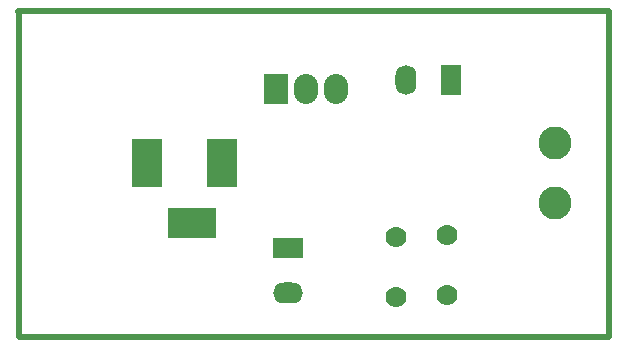
<source format=gtl>
G04*
G04 #@! TF.GenerationSoftware,Altium Limited,Altium Designer,21.4.1 (30)*
G04*
G04 Layer_Physical_Order=1*
G04 Layer_Color=255*
%FSTAX24Y24*%
%MOIN*%
G70*
G04*
G04 #@! TF.SameCoordinates,28C8F42C-7358-46F7-AC3D-303988F39EDD*
G04*
G04*
G04 #@! TF.FilePolarity,Positive*
G04*
G01*
G75*
%ADD23R,0.1000X0.1600*%
%ADD24R,0.1600X0.1000*%
%ADD25O,0.0700X0.1000*%
%ADD26R,0.0700X0.1000*%
%ADD27C,0.0700*%
%ADD28R,0.0800X0.1000*%
%ADD29O,0.0800X0.1000*%
%ADD30C,0.1100*%
%ADD31O,0.1000X0.0700*%
%ADD32R,0.1000X0.0700*%
%ADD33C,0.0200*%
D23*
X01855Y038094D02*
D03*
X01605D02*
D03*
D24*
X01755Y036094D02*
D03*
D25*
X0247Y04085D02*
D03*
D26*
X0262D02*
D03*
D27*
X02435Y03563D02*
D03*
Y03363D02*
D03*
X02605Y0357D02*
D03*
Y0337D02*
D03*
D28*
X02035Y04055D02*
D03*
D29*
X02135D02*
D03*
X02235D02*
D03*
D30*
X02965Y03675D02*
D03*
Y03875D02*
D03*
D31*
X02075Y03375D02*
D03*
D32*
Y03525D02*
D03*
D33*
X01175Y04315D02*
X03145D01*
X01175D02*
X0118Y0431D01*
Y0323D02*
Y0431D01*
Y0323D02*
X03145D01*
Y04315D01*
M02*

</source>
